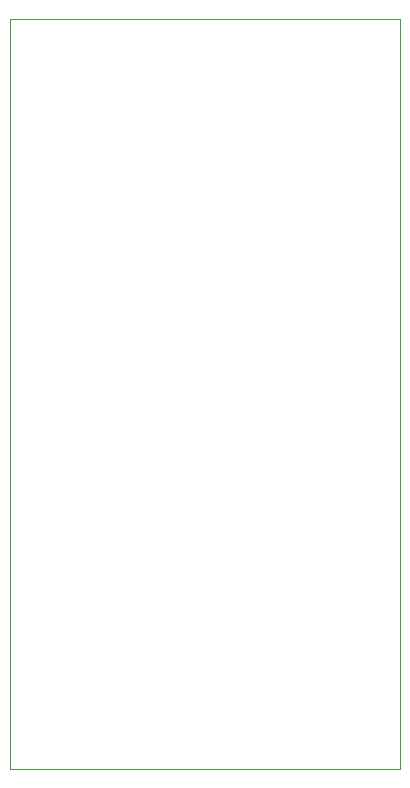
<source format=gbr>
%TF.GenerationSoftware,KiCad,Pcbnew,9.0.2*%
%TF.CreationDate,2025-06-28T18:53:09+03:00*%
%TF.ProjectId,esp-remote-board,6573702d-7265-46d6-9f74-652d626f6172,rev?*%
%TF.SameCoordinates,Original*%
%TF.FileFunction,Profile,NP*%
%FSLAX46Y46*%
G04 Gerber Fmt 4.6, Leading zero omitted, Abs format (unit mm)*
G04 Created by KiCad (PCBNEW 9.0.2) date 2025-06-28 18:53:09*
%MOMM*%
%LPD*%
G01*
G04 APERTURE LIST*
%TA.AperFunction,Profile*%
%ADD10C,0.050000*%
%TD*%
G04 APERTURE END LIST*
D10*
X136450000Y-67542730D02*
X169470000Y-67542730D01*
X169470000Y-131042730D01*
X136450000Y-131042730D01*
X136450000Y-67542730D01*
M02*

</source>
